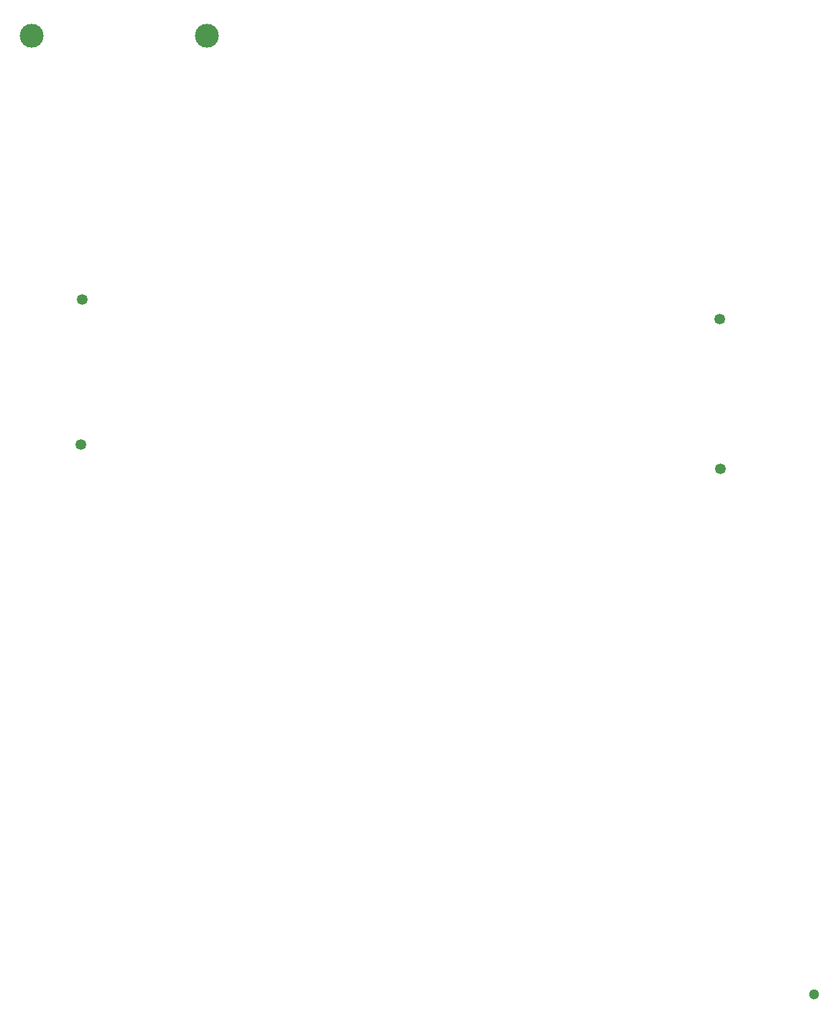
<source format=gbr>
%TF.GenerationSoftware,Altium Limited,Altium Designer,23.6.0 (18)*%
G04 Layer_Color=0*
%FSLAX45Y45*%
%MOMM*%
%TF.SameCoordinates,8B2A78E3-6762-467B-82E4-ABAB87B9FA14*%
%TF.FilePolarity,Positive*%
%TF.FileFunction,NonPlated,1,2,NPTH,Drill*%
%TF.Part,Single*%
G01*
G75*
%TA.AperFunction,ComponentDrill*%
%ADD117C,1.35000*%
%ADD118C,3.00000*%
%ADD119C,1.30000*%
D117*
X-402500Y9470000D02*
D03*
X-389200Y11287700D02*
D03*
X7631200Y9162100D02*
D03*
X7618500Y11037700D02*
D03*
D118*
X-1020000Y14594000D02*
D03*
X1180000D02*
D03*
D119*
X8809000Y2565000D02*
D03*
%TF.MD5,e6d01282091c1173dacf7d4bf5bd7ffc*%
M02*

</source>
